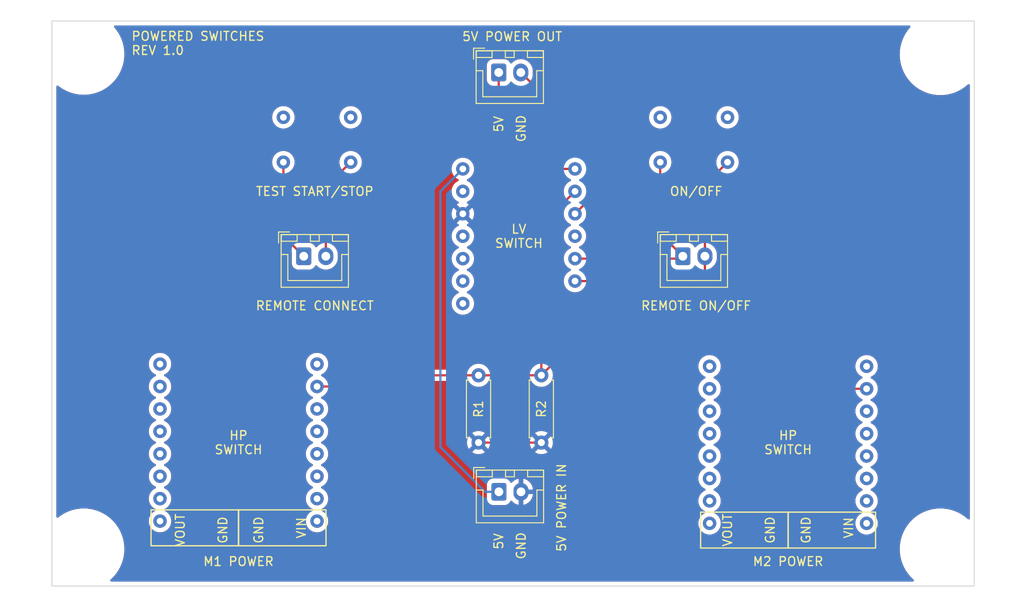
<source format=kicad_pcb>
(kicad_pcb (version 20211014) (generator pcbnew)
  (layers (0 "F.Cu" signal) (31 "B.Cu" signal) (34 "B.Paste" user) (35 "F.Paste" user) (36 "B.SilkS" user "B.Silkscreen") (37 "F.SilkS" user "F.Silkscreen") (38 "B.Mask" user) (39 "F.Mask" user) (44 "Edge.Cuts" user))
  (net 0 "")
  (net 1 "/5V-IN")
  (net 2 "/GND-IN")
  (net 3 "Net-(J1-Pad1)")
  (net 4 "Net-(J1-Pad2)")
  (net 5 "/5V-OUT")
  (net 6 "/GND-OUT")
  (net 7 "Net-(R1-Pad2)")
  (net 46 "Net-(J3-Pad1)")
  (net 47 "Net-(J3-Pad2)")
  (footprint "Custom:HV_PushButton_Switch" (layer "F.Cu") (at 116.84 90.678 180)
    (fp_text reference "U2" hide)
    (fp_text value "HP_Pushbutton_Switch")
    (pad "1" thru_hole circle (at -7.62 -10.16 180) (size 1.524 1.524) (drill 0.762) (layers *.Cu *.Mask))
    (pad "2" thru_hole circle (at -7.62 -7.62 180) (size 1.524 1.524) (drill 0.762) (layers *.Cu *.Mask))
    (pad "3" thru_hole circle (at -7.62 -5.08 180) (size 1.524 1.524) (drill 0.762) (layers *.Cu *.Mask))
    (pad "4" thru_hole circle (at -7.62 -2.54 180) (size 1.524 1.524) (drill 0.762) (layers *.Cu *.Mask))
    (pad "5" thru_hole circle (at -7.62 0 180) (size 1.524 1.524) (drill 0.762) (layers *.Cu *.Mask))
    (pad "6" thru_hole circle (at -7.62 2.54 180) (size 1.524 1.524) (drill 0.762) (layers *.Cu *.Mask))
    (pad "7" thru_hole circle (at -7.62 5.08 180) (size 1.524 1.524) (drill 0.762) (layers *.Cu *.Mask) (net 7 "Net-(R1-Pad2)"))
    (pad "8" thru_hole circle (at -7.62 7.62 180) (size 1.524 1.524) (drill 0.762) (layers *.Cu *.Mask))
    (pad "9" thru_hole circle (at 10.16 7.62 180) (size 1.524 1.524) (drill 0.762) (layers *.Cu *.Mask))
    (pad "10" thru_hole circle (at 10.16 5.08 180) (size 1.524 1.524) (drill 0.762) (layers *.Cu *.Mask))
    (pad "11" thru_hole circle (at 10.16 2.54 180) (size 1.524 1.524) (drill 0.762) (layers *.Cu *.Mask))
    (pad "12" thru_hole circle (at 10.16 0 180) (size 1.524 1.524) (drill 0.762) (layers *.Cu *.Mask))
    (pad "13" thru_hole circle (at 10.16 -2.54 180) (size 1.524 1.524) (drill 0.762) (layers *.Cu *.Mask))
    (pad "14" thru_hole circle (at 10.16 -5.08 180) (size 1.524 1.524) (drill 0.762) (layers *.Cu *.Mask))
    (pad "15" thru_hole circle (at 10.16 -7.62 180) (size 1.524 1.524) (drill 0.762) (layers *.Cu *.Mask))
    (pad "16" thru_hole circle (at 10.16 -10.16 180) (size 1.524 1.524) (drill 0.762) (layers *.Cu *.Mask))
  )
  (footprint "MountingHole:MountingHole_3.2mm_M3" (layer "F.Cu") (at 195.044 48.006)
    (fp_text reference "REF**" hide)
    (fp_text value "MountingHole_3.2mm_M3")
    (pad "" np_thru_hole circle locked (at 0 0) (size 3.2 3.2) (drill 3.2) (layers F&B.Cu *.Mask))
  )
  (footprint "Connector_JST:JST_XH_B2B-XH-A_1x02_P2.50mm_Vertical" (layer "F.Cu") (at 145.034 50.038)
    (fp_text reference "J2" hide)
    (fp_text value "POWER OUT")
    (fp_line (start -0.75 -2.45) (end -2.55 -2.45) (layer "F.SilkS") (width 0.12))
    (fp_line (start 0.75 -2.45) (end 0.75 -1.7) (layer "F.SilkS") (width 0.12))
    (fp_line (start -1.8 -0.2) (end -1.8 2.75) (layer "F.SilkS") (width 0.12))
    (fp_line (start 5.05 -0.2) (end 4.3 -0.2) (layer "F.SilkS") (width 0.12))
    (fp_line (start -2.56 -2.46) (end -2.56 3.51) (layer "F.SilkS") (width 0.12))
    (fp_line (start -0.75 -1.7) (end -0.75 -2.45) (layer "F.SilkS") (width 0.12))
    (fp_line (start -2.56 3.51) (end 5.06 3.51) (layer "F.SilkS") (width 0.12))
    (fp_line (start 4.3 2.75) (end 1.25 2.75) (layer "F.SilkS") (width 0.12))
    (fp_line (start 5.06 3.51) (end 5.06 -2.46) (layer "F.SilkS") (width 0.12))
    (fp_line (start -1.8 2.75) (end 1.25 2.75) (layer "F.SilkS") (width 0.12))
    (fp_line (start 3.25 -2.45) (end 3.25 -1.7) (layer "F.SilkS") (width 0.12))
    (fp_line (start 5.05 -2.45) (end 3.25 -2.45) (layer "F.SilkS") (width 0.12))
    (fp_line (start -1.6 -2.75) (end -2.85 -2.75) (layer "F.SilkS") (width 0.12))
    (fp_line (start -2.55 -0.2) (end -1.8 -0.2) (layer "F.SilkS") (width 0.12))
    (fp_line (start 0.75 -1.7) (end 1.75 -1.7) (layer "F.SilkS") (width 0.12))
    (fp_line (start -2.55 -2.45) (end -2.55 -1.7) (layer "F.SilkS") (width 0.12))
    (fp_line (start 3.25 -1.7) (end 5.05 -1.7) (layer "F.SilkS") (width 0.12))
    (fp_line (start 1.75 -1.7) (end 1.75 -2.45) (layer "F.SilkS") (width 0.12))
    (fp_line (start 5.05 -1.7) (end 5.05 -2.45) (layer "F.SilkS") (width 0.12))
    (fp_line (start -2.85 -2.75) (end -2.85 -1.5) (layer "F.SilkS") (width 0.12))
    (fp_line (start -2.55 -1.7) (end -0.75 -1.7) (layer "F.SilkS") (width 0.12))
    (fp_line (start 4.3 -0.2) (end 4.3 2.75) (layer "F.SilkS") (width 0.12))
    (fp_line (start 5.06 -2.46) (end -2.56 -2.46) (layer "F.SilkS") (width 0.12))
    (fp_line (start 1.75 -2.45) (end 0.75 -2.45) (layer "F.SilkS") (width 0.12))
    (pad "1" thru_hole roundrect (at 0 0) (size 1.7 2) (drill 1) (layers *.Cu *.Mask) (roundrect_rratio 0.1470588235) (net 5 "/5V-OUT"))
    (pad "2" thru_hole oval (at 2.5 0) (size 1.7 2) (drill 1) (layers *.Cu *.Mask) (net 6 "/GND-OUT"))
  )
  (footprint "Resistor_THT:R_Axial_DIN0207_L6.3mm_D2.5mm_P7.62mm_Horizontal" (layer "F.Cu") (at 142.748 91.948 90)
    (fp_text reference "R1" (at 3.81 0 90) (layer "F.SilkS"))
    (fp_text value "R")
    (fp_line (start 0.54 1.37) (end 7.08 1.37) (layer "F.SilkS") (width 0.12))
    (fp_line (start 0.54 -1.37) (end 7.08 -1.37) (layer "F.SilkS") (width 0.12))
    (fp_line (start 0.54 1.04) (end 0.54 1.37) (layer "F.SilkS") (width 0.12))
    (fp_line (start 0.54 -1.04) (end 0.54 -1.37) (layer "F.SilkS") (width 0.12))
    (fp_line (start 7.08 1.37) (end 7.08 1.04) (layer "F.SilkS") (width 0.12))
    (fp_line (start 7.08 -1.37) (end 7.08 -1.04) (layer "F.SilkS") (width 0.12))
    (pad "1" thru_hole circle (at 0 0 90) (size 1.6 1.6) (drill 0.8) (layers *.Cu *.Mask) (net 2 "/GND-IN"))
    (pad "2" thru_hole oval (at 7.62 0 90) (size 1.6 1.6) (drill 0.8) (layers *.Cu *.Mask) (net 7 "Net-(R1-Pad2)"))
  )
  (footprint "Connector_JST:JST_XH_B2B-XH-A_1x02_P2.50mm_Vertical" (layer "F.Cu") (at 122.956 70.849)
    (fp_text reference "J3" hide)
    (fp_text value "TEST REMOTE")
    (fp_line (start 0.75 -2.45) (end 0.75 -1.7) (layer "F.SilkS") (width 0.12))
    (fp_line (start 3.25 -1.7) (end 5.05 -1.7) (layer "F.SilkS") (width 0.12))
    (fp_line (start 1.75 -2.45) (end 0.75 -2.45) (layer "F.SilkS") (width 0.12))
    (fp_line (start 3.25 -2.45) (end 3.25 -1.7) (layer "F.SilkS") (width 0.12))
    (fp_line (start -2.85 -2.75) (end -2.85 -1.5) (layer "F.SilkS") (width 0.12))
    (fp_line (start 0.75 -1.7) (end 1.75 -1.7) (layer "F.SilkS") (width 0.12))
    (fp_line (start -0.75 -2.45) (end -2.55 -2.45) (layer "F.SilkS") (width 0.12))
    (fp_line (start 5.06 -2.46) (end -2.56 -2.46) (layer "F.SilkS") (width 0.12))
    (fp_line (start 5.05 -2.45) (end 3.25 -2.45) (layer "F.SilkS") (width 0.12))
    (fp_line (start 5.06 3.51) (end 5.06 -2.46) (layer "F.SilkS") (width 0.12))
    (fp_line (start 1.75 -1.7) (end 1.75 -2.45) (layer "F.SilkS") (width 0.12))
    (fp_line (start -1.6 -2.75) (end -2.85 -2.75) (layer "F.SilkS") (width 0.12))
    (fp_line (start 5.05 -1.7) (end 5.05 -2.45) (layer "F.SilkS") (width 0.12))
    (fp_line (start -0.75 -1.7) (end -0.75 -2.45) (layer "F.SilkS") (width 0.12))
    (fp_line (start -2.56 3.51) (end 5.06 3.51) (layer "F.SilkS") (width 0.12))
    (fp_line (start -1.8 2.75) (end 1.25 2.75) (layer "F.SilkS") (width 0.12))
    (fp_line (start 4.3 -0.2) (end 4.3 2.75) (layer "F.SilkS") (width 0.12))
    (fp_line (start -2.55 -1.7) (end -0.75 -1.7) (layer "F.SilkS") (width 0.12))
    (fp_line (start -1.8 -0.2) (end -1.8 2.75) (layer "F.SilkS") (width 0.12))
    (fp_line (start -2.55 -0.2) (end -1.8 -0.2) (layer "F.SilkS") (width 0.12))
    (fp_line (start 4.3 2.75) (end 1.25 2.75) (layer "F.SilkS") (width 0.12))
    (fp_line (start -2.55 -2.45) (end -2.55 -1.7) (layer "F.SilkS") (width 0.12))
    (fp_line (start 5.05 -0.2) (end 4.3 -0.2) (layer "F.SilkS") (width 0.12))
    (fp_line (start -2.56 -2.46) (end -2.56 3.51) (layer "F.SilkS") (width 0.12))
    (pad "1" thru_hole roundrect (at 0 0) (size 1.7 2) (drill 1) (layers *.Cu *.Mask) (roundrect_rratio 0.1470588235) (net 46 "Net-(J3-Pad1)"))
    (pad "2" thru_hole oval (at 2.5 0) (size 1.7 2) (drill 1) (layers *.Cu *.Mask) (net 47 "Net-(J3-Pad2)"))
  )
  (footprint "Custom:LV_PushButton_Switch" (layer "F.Cu") (at 148.59 68.58)
    (fp_text reference "U1" hide)
    (fp_text value "LV_Pushbutton_Switch")
    (pad "1" thru_hole circle (at -7.62 -7.62) (size 1.524 1.524) (drill 0.762) (layers *.Cu *.Mask) (net 1 "/5V-IN"))
    (pad "2" thru_hole circle (at -7.62 -5.08) (size 1.524 1.524) (drill 0.762) (layers *.Cu *.Mask))
    (pad "3" thru_hole circle (at -7.62 -2.54) (size 1.524 1.524) (drill 0.762) (layers *.Cu *.Mask) (net 2 "/GND-IN"))
    (pad "4" thru_hole circle (at -7.62 0) (size 1.524 1.524) (drill 0.762) (layers *.Cu *.Mask))
    (pad "5" thru_hole circle (at -7.62 2.54) (size 1.524 1.524) (drill 0.762) (layers *.Cu *.Mask))
    (pad "6" thru_hole circle (at -7.62 5.08) (size 1.524 1.524) (drill 0.762) (layers *.Cu *.Mask))
    (pad "7" thru_hole circle (at -7.62 7.62) (size 1.524 1.524) (drill 0.762) (layers *.Cu *.Mask))
    (pad "8" thru_hole circle (at 5.08 5.08) (size 1.524 1.524) (drill 0.762) (layers *.Cu *.Mask) (net 4 "Net-(J1-Pad2)"))
    (pad "9" thru_hole circle (at 5.08 2.54) (size 1.524 1.524) (drill 0.762) (layers *.Cu *.Mask) (net 3 "Net-(J1-Pad1)"))
    (pad "10" thru_hole circle (at 5.08 0) (size 1.524 1.524) (drill 0.762) (layers *.Cu *.Mask))
    (pad "11" thru_hole circle (at 5.08 -2.54) (size 1.524 1.524) (drill 0.762) (layers *.Cu *.Mask) (net 6 "/GND-OUT"))
    (pad "12" thru_hole circle (at 5.08 -5.08) (size 1.524 1.524) (drill 0.762) (layers *.Cu *.Mask) (net 7 "Net-(R1-Pad2)"))
    (pad "13" thru_hole circle (at 5.08 -7.62) (size 1.524 1.524) (drill 0.762) (layers *.Cu *.Mask) (net 5 "/5V-OUT"))
  )
  (footprint "Connector_JST:JST_XH_B2B-XH-A_1x02_P2.50mm_Vertical" (layer "F.Cu") (at 145.054 97.519)
    (fp_text reference "BT1" hide)
    (fp_text value "POWER IN")
    (fp_line (start 3.25 -2.45) (end 3.25 -1.7) (layer "F.SilkS") (width 0.12))
    (fp_line (start 5.05 -1.7) (end 5.05 -2.45) (layer "F.SilkS") (width 0.12))
    (fp_line (start -0.75 -2.45) (end -2.55 -2.45) (layer "F.SilkS") (width 0.12))
    (fp_line (start 4.3 -0.2) (end 4.3 2.75) (layer "F.SilkS") (width 0.12))
    (fp_line (start -2.56 -2.46) (end -2.56 3.51) (layer "F.SilkS") (width 0.12))
    (fp_line (start -1.6 -2.75) (end -2.85 -2.75) (layer "F.SilkS") (width 0.12))
    (fp_line (start -1.8 2.75) (end 1.25 2.75) (layer "F.SilkS") (width 0.12))
    (fp_line (start -2.55 -0.2) (end -1.8 -0.2) (layer "F.SilkS") (width 0.12))
    (fp_line (start 0.75 -1.7) (end 1.75 -1.7) (layer "F.SilkS") (width 0.12))
    (fp_line (start 5.05 -2.45) (end 3.25 -2.45) (layer "F.SilkS") (width 0.12))
    (fp_line (start -2.56 3.51) (end 5.06 3.51) (layer "F.SilkS") (width 0.12))
    (fp_line (start 1.75 -1.7) (end 1.75 -2.45) (layer "F.SilkS") (width 0.12))
    (fp_line (start -2.55 -1.7) (end -0.75 -1.7) (layer "F.SilkS") (width 0.12))
    (fp_line (start 3.25 -1.7) (end 5.05 -1.7) (layer "F.SilkS") (width 0.12))
    (fp_line (start 5.06 -2.46) (end -2.56 -2.46) (layer "F.SilkS") (width 0.12))
    (fp_line (start 5.06 3.51) (end 5.06 -2.46) (layer "F.SilkS") (width 0.12))
    (fp_line (start 1.75 -2.45) (end 0.75 -2.45) (layer "F.SilkS") (width 0.12))
    (fp_line (start 0.75 -2.45) (end 0.75 -1.7) (layer "F.SilkS") (width 0.12))
    (fp_line (start 4.3 2.75) (end 1.25 2.75) (layer "F.SilkS") (width 0.12))
    (fp_line (start -1.8 -0.2) (end -1.8 2.75) (layer "F.SilkS") (width 0.12))
    (fp_line (start -2.55 -2.45) (end -2.55 -1.7) (layer "F.SilkS") (width 0.12))
    (fp_line (start -2.85 -2.75) (end -2.85 -1.5) (layer "F.SilkS") (width 0.12))
    (fp_line (start 5.05 -0.2) (end 4.3 -0.2) (layer "F.SilkS") (width 0.12))
    (fp_line (start -0.75 -1.7) (end -0.75 -2.45) (layer "F.SilkS") (width 0.12))
    (pad "1" thru_hole roundrect (at 0 0) (size 1.7 2) (drill 1) (layers *.Cu *.Mask) (roundrect_rratio 0.1470588235) (net 1 "/5V-IN"))
    (pad "2" thru_hole oval (at 2.5 0) (size 1.7 2) (drill 1) (layers *.Cu *.Mask) (net 2 "/GND-IN"))
  )
  (footprint "Custom:Small Dual Push Button" (layer "F.Cu") (at 165.862 57.658 180)
    (fp_text reference "SW1" hide)
    (fp_text value "ON/OFF")
    (pad "1" thru_hole circle (at -5.08 -2.54 180) (size 1.524 1.524) (drill 0.762) (layers *.Cu *.Mask) (net 4 "Net-(J1-Pad2)"))
    (pad "2" thru_hole circle (at 2.54 -2.54 180) (size 1.524 1.524) (drill 0.762) (layers *.Cu *.Mask) (net 3 "Net-(J1-Pad1)"))
    (pad "3" thru_hole circle (at -5.08 2.54 180) (size 1.524 1.524) (drill 0.762) (layers *.Cu *.Mask))
    (pad "4" thru_hole circle (at 2.54 2.54 180) (size 1.524 1.524) (drill 0.762) (layers *.Cu *.Mask))
  )
  (footprint "MountingHole:MountingHole_3.2mm_M3" (layer "F.Cu") (at 98.044 47.963)
    (fp_text reference "REF**" hide)
    (fp_text value "MountingHole_3.2mm_M3")
    (pad "" np_thru_hole circle locked (at 0 0) (size 3.2 3.2) (drill 3.2) (layers *.Cu *.Mask))
  )
  (footprint "MountingHole:MountingHole_3.2mm_M3" (layer "F.Cu") (at 195.044 104.006)
    (fp_text reference "REF**" hide)
    (fp_text value "MountingHole_3.2mm_M3")
    (pad "" np_thru_hole circle locked (at 0 0) (size 3.2 3.2) (drill 3.2) (layers F&B.Cu *.Mask))
  )
  (footprint "Resistor_THT:R_Axial_DIN0207_L6.3mm_D2.5mm_P7.62mm_Horizontal" (layer "F.Cu") (at 149.86 91.948 90)
    (fp_text reference "R2" (at 3.81 0 90) (layer "F.SilkS"))
    (fp_text value "R")
    (fp_line (start 7.08 -1.37) (end 7.08 -1.04) (layer "F.SilkS") (width 0.12))
    (fp_line (start 0.54 1.37) (end 7.08 1.37) (layer "F.SilkS") (width 0.12))
    (fp_line (start 7.08 1.37) (end 7.08 1.04) (layer "F.SilkS") (width 0.12))
    (fp_line (start 0.54 -1.37) (end 7.08 -1.37) (layer "F.SilkS") (width 0.12))
    (fp_line (start 0.54 1.04) (end 0.54 1.37) (layer "F.SilkS") (width 0.12))
    (fp_line (start 0.54 -1.04) (end 0.54 -1.37) (layer "F.SilkS") (width 0.12))
    (pad "1" thru_hole circle (at 0 0 90) (size 1.6 1.6) (drill 0.8) (layers *.Cu *.Mask) (net 2 "/GND-IN"))
    (pad "2" thru_hole oval (at 7.62 0 90) (size 1.6 1.6) (drill 0.8) (layers *.Cu *.Mask) (net 7 "Net-(R1-Pad2)"))
  )
  (footprint "MountingHole:MountingHole_3.2mm_M3" (layer "F.Cu") (at 98.044 104.006)
    (fp_text reference "REF**" hide)
    (fp_text value "MountingHole_3.2mm_M3")
    (pad "" np_thru_hole circle locked (at 0 0) (size 3.2 3.2) (drill 3.2) (layers F&B.Cu *.Mask))
  )
  (footprint "Custom:Small Dual Push Button" (layer "F.Cu") (at 123.19 57.658 180)
    (fp_text reference "SW2" hide)
    (fp_text value "TEST START/STOP")
    (pad "1" thru_hole circle (at -5.08 -2.54 180) (size 1.524 1.524) (drill 0.762) (layers *.Cu *.Mask) (net 47 "Net-(J3-Pad2)"))
    (pad "2" thru_hole circle (at 2.54 -2.54 180) (size 1.524 1.524) (drill 0.762) (layers *.Cu *.Mask) (net 46 "Net-(J3-Pad1)"))
    (pad "3" thru_hole circle (at -5.08 2.54 180) (size 1.524 1.524) (drill 0.762) (layers *.Cu *.Mask))
    (pad "4" thru_hole circle (at 2.54 2.54 180) (size 1.524 1.524) (drill 0.762) (layers *.Cu *.Mask))
  )
  (footprint "Custom:HV_PushButton_Switch" (layer "F.Cu") (at 179.07 90.932 180)
    (fp_text reference "U3" hide)
    (fp_text value "HP_Pushbutton_Switch")
    (pad "1" thru_hole circle (at -7.62 -10.16 180) (size 1.524 1.524) (drill 0.762) (layers *.Cu *.Mask))
    (pad "2" thru_hole circle (at -7.62 -7.62 180) (size 1.524 1.524) (drill 0.762) (layers *.Cu *.Mask))
    (pad "3" thru_hole circle (at -7.62 -5.08 180) (size 1.524 1.524) (drill 0.762) (layers *.Cu *.Mask))
    (pad "4" thru_hole circle (at -7.62 -2.54 180) (size 1.524 1.524) (drill 0.762) (layers *.Cu *.Mask))
    (pad "5" thru_hole circle (at -7.62 0 180) (size 1.524 1.524) (drill 0.762) (layers *.Cu *.Mask))
    (pad "6" thru_hole circle (at -7.62 2.54 180) (size 1.524 1.524) (drill 0.762) (layers *.Cu *.Mask))
    (pad "7" thru_hole circle (at -7.62 5.08 180) (size 1.524 1.524) (drill 0.762) (layers *.Cu *.Mask) (net 7 "Net-(R1-Pad2)"))
    (pad "8" thru_hole circle (at -7.62 7.62 180) (size 1.524 1.524) (drill 0.762) (layers *.Cu *.Mask))
    (pad "9" thru_hole circle (at 10.16 7.62 180) (size 1.524 1.524) (drill 0.762) (layers *.Cu *.Mask))
    (pad "10" thru_hole circle (at 10.16 5.08 180) (size 1.524 1.524) (drill 0.762) (layers *.Cu *.Mask))
    (pad "11" thru_hole circle (at 10.16 2.54 180) (size 1.524 1.524) (drill 0.762) (layers *.Cu *.Mask))
    (pad "12" thru_hole circle (at 10.16 0 180) (size 1.524 1.524) (drill 0.762) (layers *.Cu *.Mask))
    (pad "13" thru_hole circle (at 10.16 -2.54 180) (size 1.524 1.524) (drill 0.762) (layers *.Cu *.Mask))
    (pad "14" thru_hole circle (at 10.16 -5.08 180) (size 1.524 1.524) (drill 0.762) (layers *.Cu *.Mask))
    (pad "15" thru_hole circle (at 10.16 -7.62 180) (size 1.524 1.524) (drill 0.762) (layers *.Cu *.Mask))
    (pad "16" thru_hole circle (at 10.16 -10.16 180) (size 1.524 1.524) (drill 0.762) (layers *.Cu *.Mask))
  )
  (footprint "Connector_JST:JST_XH_B2B-XH-A_1x02_P2.50mm_Vertical" (layer "F.Cu") (at 165.882 70.849)
    (fp_text reference "J1" hide)
    (fp_text value "BTN REMOTE")
    (fp_line (start -2.55 -1.7) (end -0.75 -1.7) (layer "F.SilkS") (width 0.12))
    (fp_line (start 1.75 -2.45) (end 0.75 -2.45) (layer "F.SilkS") (width 0.12))
    (fp_line (start 4.3 2.75) (end 1.25 2.75) (layer "F.SilkS") (width 0.12))
    (fp_line (start 5.05 -2.45) (end 3.25 -2.45) (layer "F.SilkS") (width 0.12))
    (fp_line (start -1.8 -0.2) (end -1.8 2.75) (layer "F.SilkS") (width 0.12))
    (fp_line (start 5.06 3.51) (end 5.06 -2.46) (layer "F.SilkS") (width 0.12))
    (fp_line (start -0.75 -2.45) (end -2.55 -2.45) (layer "F.SilkS") (width 0.12))
    (fp_line (start 0.75 -1.7) (end 1.75 -1.7) (layer "F.SilkS") (width 0.12))
    (fp_line (start 3.25 -2.45) (end 3.25 -1.7) (layer "F.SilkS") (width 0.12))
    (fp_line (start -2.56 -2.46) (end -2.56 3.51) (layer "F.SilkS") (width 0.12))
    (fp_line (start 5.05 -0.2) (end 4.3 -0.2) (layer "F.SilkS") (width 0.12))
    (fp_line (start -1.8 2.75) (end 1.25 2.75) (layer "F.SilkS") (width 0.12))
    (fp_line (start -0.75 -1.7) (end -0.75 -2.45) (layer "F.SilkS") (width 0.12))
    (fp_line (start -2.55 -0.2) (end -1.8 -0.2) (layer "F.SilkS") (width 0.12))
    (fp_line (start -1.6 -2.75) (end -2.85 -2.75) (layer "F.SilkS") (width 0.12))
    (fp_line (start 1.75 -1.7) (end 1.75 -2.45) (layer "F.SilkS") (width 0.12))
    (fp_line (start 3.25 -1.7) (end 5.05 -1.7) (layer "F.SilkS") (width 0.12))
    (fp_line (start 5.06 -2.46) (end -2.56 -2.46) (layer "F.SilkS") (width 0.12))
    (fp_line (start 5.05 -1.7) (end 5.05 -2.45) (layer "F.SilkS") (width 0.12))
    (fp_line (start 0.75 -2.45) (end 0.75 -1.7) (layer "F.SilkS") (width 0.12))
    (fp_line (start -2.56 3.51) (end 5.06 3.51) (layer "F.SilkS") (width 0.12))
    (fp_line (start -2.55 -2.45) (end -2.55 -1.7) (layer "F.SilkS") (width 0.12))
    (fp_line (start -2.85 -2.75) (end -2.85 -1.5) (layer "F.SilkS") (width 0.12))
    (fp_line (start 4.3 -0.2) (end 4.3 2.75) (layer "F.SilkS") (width 0.12))
    (pad "1" thru_hole roundrect (at 0 0) (size 1.7 2) (drill 1) (layers *.Cu *.Mask) (roundrect_rratio 0.1470588235) (net 3 "Net-(J1-Pad1)"))
    (pad "2" thru_hole oval (at 2.5 0) (size 1.7 2) (drill 1) (layers *.Cu *.Mask) (net 4 "Net-(J1-Pad2)"))
  )
  (gr_rect (start 105.664 99.568) (end 115.57 103.632) (layer "F.SilkS") (width 0.15) (fill none))
  (gr_rect (start 115.57 99.568) (end 125.476 103.632) (layer "F.SilkS") (width 0.15) (fill none))
  (gr_rect (start 177.8 99.822) (end 187.706 103.886) (layer "F.SilkS") (width 0.15) (fill none))
  (gr_rect (start 167.894 99.822) (end 177.8 103.886) (layer "F.SilkS") (width 0.15) (fill none))
  (gr_rect locked (start 94.436 44.208) (end 198.882 108.192) (layer "Edge.Cuts") (width 0.1) (fill none))
  (gr_text "5V POWER IN" (at 152.146 99.314 90) (layer "F.SilkS") (effects (font (size 1 1))))
  (gr_text "VOUT" (at 108.966 101.854 90) (layer "F.SilkS") (effects (font (size 1 1))))
  (gr_text "GND" (at 175.768 101.854 90) (layer "F.SilkS") (effects (font (size 1 1))))
  (gr_text "GND" (at 147.574 56.388 90) (layer "F.SilkS") (effects (font (size 1 1))))
  (gr_text "REMOTE CONNECT" (at 124.206 76.454) (layer "F.SilkS") (effects (font (size 1 1))))
  (gr_text "HP\nSWITCH" (at 115.57 91.948) (layer "F.SilkS") (effects (font (size 1 1))))
  (gr_text "HP\nSWITCH" (at 177.8 91.948) (layer "F.SilkS") (effects (font (size 1 1))))
  (gr_text "VIN" (at 184.658 101.6 90) (layer "F.SilkS") (effects (font (size 1 1))))
  (gr_text "VOUT" (at 170.942 101.854 90) (layer "F.SilkS") (effects (font (size 1 1))))
  (gr_text "5V POWER OUT" (at 146.558 45.974) (layer "F.SilkS") (effects (font (size 1 1))))
  (gr_text "M1 POWER" (at 115.57 105.41) (layer "F.SilkS") (effects (font (size 1 1))))
  (gr_text "REMOTE ON/OFF" (at 167.386 76.454) (layer "F.SilkS") (effects (font (size 1 1))))
  (gr_text "VIN" (at 122.682 101.6 90) (layer "F.SilkS") (effects (font (size 1 1))))
  (gr_text "5V" (at 145.034 103.124 -270) (layer "F.SilkS") (effects (font (size 1 1))))
  (gr_text "TEST START/STOP" (at 124.206 63.5) (layer "F.SilkS") (effects (font (size 1 1))))
  (gr_text "GND" (at 113.792 101.854 90) (layer "F.SilkS") (effects (font (size 1 1))))
  (gr_text "ON/OFF" (at 167.386 63.5) (layer "F.SilkS") (effects (font (size 1 1))))
  (gr_text "GND" (at 117.856 101.854 90) (layer "F.SilkS") (effects (font (size 1 1))))
  (gr_text "M2 POWER" (at 177.8 105.41) (layer "F.SilkS") (effects (font (size 1 1))))
  (gr_text "5V" (at 145.034 55.88 -270) (layer "F.SilkS") (effects (font (size 1 1))))
  (gr_text "LV\nSWITCH" (at 147.32 68.58) (layer "F.SilkS") (effects (font (size 1 1))))
  (gr_text "GND" (at 179.832 101.854 90) (layer "F.SilkS") (effects (font (size 1 1))))
  (gr_text "GND" (at 147.574 103.632 90) (layer "F.SilkS") (effects (font (size 1 1))))
  (gr_text "POWERED SWITCHES\nREV 1.0" (at 103.378 46.736) (layer "F.SilkS") (effects (font (size 1 1)) (justify left)))
  (segment (start 138.43 63.5) (end 140.97 60.96) (width 0.25) (layer "B.Cu") (net 1))
  (segment (start 143.493 97.519) (end 138.43 92.456) (width 0.25) (layer "B.Cu") (net 1))
  (segment (start 145.054 97.519) (end 143.493 97.519) (width 0.25) (layer "B.Cu") (net 1))
  (segment (start 138.43 92.456) (end 138.43 63.5) (width 0.25) (layer "B.Cu") (net 1))
  (segment (start 149.86 91.948) (end 142.748 91.948) (width 0.25) (layer "F.Cu") (net 2))
  (segment (start 147.554 97.519) (end 147.554 94.254) (width 0.25) (layer "F.Cu") (net 2))
  (segment (start 147.554 94.254) (end 149.86 91.948) (width 0.25) (layer "F.Cu") (net 2))
  (segment (start 147.554 72.624) (end 140.97 66.04) (width 0.25) (layer "B.Cu") (net 2))
  (segment (start 147.554 97.519) (end 147.554 72.624) (width 0.25) (layer "B.Cu") (net 2))
  (segment (start 165.882 70.849) (end 163.322 68.289) (width 0.25) (layer "F.Cu") (net 3))
  (segment (start 153.67 71.12) (end 165.611 71.12) (width 0.25) (layer "F.Cu") (net 3))
  (segment (start 163.322 68.289) (end 163.322 60.198) (width 0.25) (layer "F.Cu") (net 3))
  (segment (start 168.382 62.758) (end 170.942 60.198) (width 0.25) (layer "F.Cu") (net 4))
  (segment (start 153.67 73.66) (end 168.148 73.66) (width 0.25) (layer "F.Cu") (net 4))
  (segment (start 168.382 73.426) (end 168.382 70.849) (width 0.25) (layer "F.Cu") (net 4))
  (segment (start 168.382 70.849) (end 168.382 62.758) (width 0.25) (layer "F.Cu") (net 4))
  (segment (start 168.148 73.66) (end 168.382 73.426) (width 0.25) (layer "F.Cu") (net 4))
  (segment (start 145.034 56.388) (end 145.034 50.038) (width 0.25) (layer "F.Cu") (net 5))
  (segment (start 149.606 60.96) (end 145.034 56.388) (width 0.25) (layer "F.Cu") (net 5))
  (segment (start 153.67 60.96) (end 149.606 60.96) (width 0.25) (layer "F.Cu") (net 5))
  (segment (start 153.67 66.04) (end 156.464 63.246) (width 0.25) (layer "F.Cu") (net 6))
  (segment (start 156.464 63.246) (end 156.464 58.968) (width 0.25) (layer "F.Cu") (net 6))
  (segment (start 156.464 58.968) (end 147.534 50.038) (width 0.25) (layer "F.Cu") (net 6))
  (segment (start 135.128 85.598) (end 124.46 85.598) (width 0.25) (layer "F.Cu") (net 7))
  (segment (start 170.434 81.026) (end 175.26 85.852) (width 0.25) (layer "F.Cu") (net 7))
  (segment (start 153.67 63.5) (end 149.86 67.31) (width 0.25) (layer "F.Cu") (net 7))
  (segment (start 149.86 67.31) (end 149.86 84.328) (width 0.25) (layer "F.Cu") (net 7))
  (segment (start 136.398 84.328) (end 135.128 85.598) (width 0.25) (layer "F.Cu") (net 7))
  (segment (start 175.26 85.852) (end 186.69 85.852) (width 0.25) (layer "F.Cu") (net 7))
  (segment (start 149.86 84.328) (end 153.162 81.026) (width 0.25) (layer "F.Cu") (net 7))
  (segment (start 153.162 81.026) (end 170.434 81.026) (width 0.25) (layer "F.Cu") (net 7))
  (segment (start 142.748 84.328) (end 136.398 84.328) (width 0.25) (layer "F.Cu") (net 7))
  (segment (start 149.86 84.328) (end 142.748 84.328) (width 0.25) (layer "F.Cu") (net 7))
  (segment (start 120.65 68.543) (end 120.65 60.198) (width 0.25) (layer "F.Cu") (net 46))
  (segment (start 122.956 70.849) (end 120.65 68.543) (width 0.25) (layer "F.Cu") (net 46))
  (segment (start 125.456 70.849) (end 125.456 63.012) (width 0.25) (layer "F.Cu") (net 47))
  (segment (start 125.456 63.012) (end 128.27 60.198) (width 0.25) (layer "F.Cu") (net 47))
  (zone (net 2) (net_name "/GND-IN") (layer "F.Cu") (connect_pads (clearance 0.508)) (min_thickness 0.254) (fill yes (thermal_gap 0.508) (thermal_bridge_width 0.508))
    (polygon (pts (xy 200.463524 109.905017) (xy 92.202 109.982) (xy 92.202 41.91) (xy 200.209524 41.833017)))
  )
  (zone (net 2) (net_name "/GND-IN") (layer "B.Cu") (connect_pads (clearance 0.508)) (min_thickness 0.254) (fill yes (thermal_gap 0.508) (thermal_bridge_width 0.508))
    (polygon (pts (xy 200.462575 109.904099) (xy 92.202 109.981079) (xy 92.202 41.909079) (xy 200.208575 41.832099)))
  )
)
</source>
